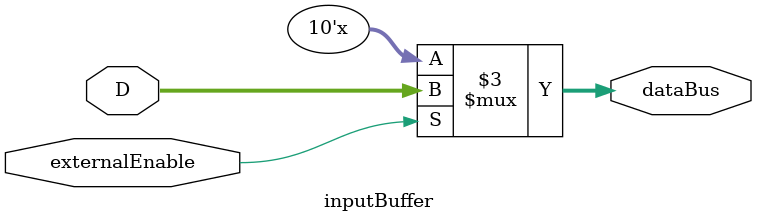
<source format=sv>
module inputBuffer(
	input logic [9:0] D,
	input logic externalEnable,
	output tri [9:0] dataBus
);

	always_comb begin
		 if (externalEnable) begin
			  dataBus <= D;
		 end
		 else begin
			  dataBus <= 10'bz;
		 end
	end

endmodule

</source>
